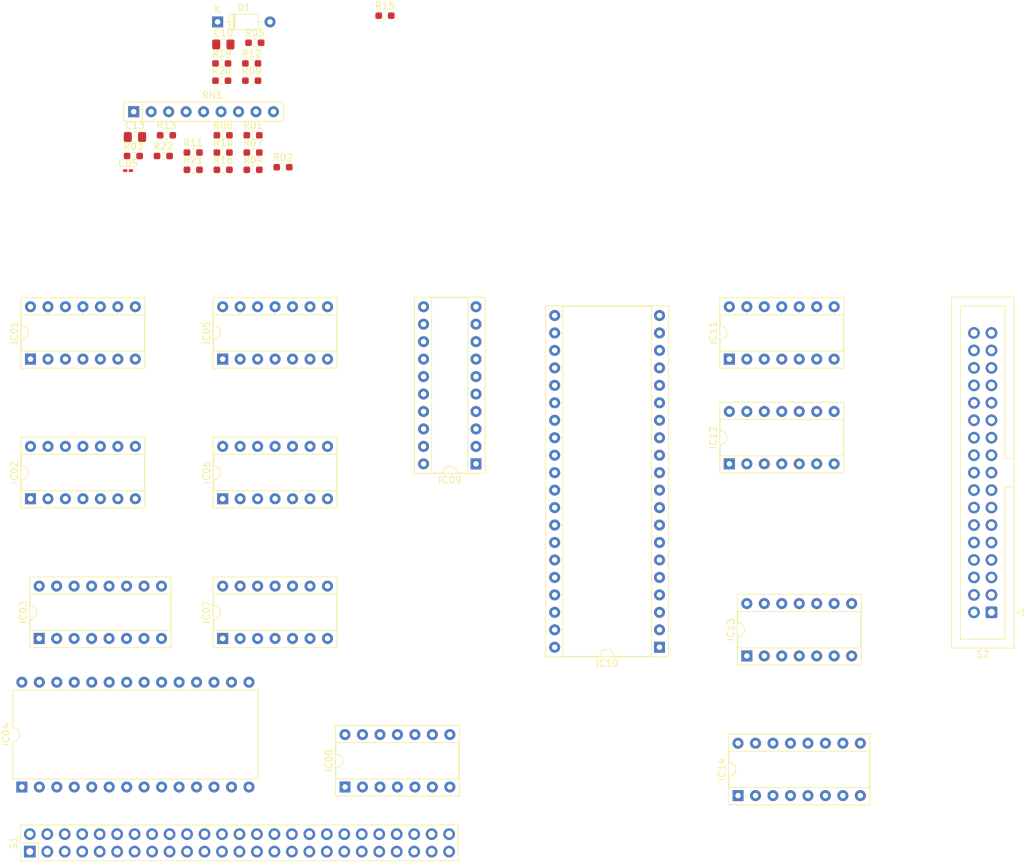
<source format=kicad_pcb>
(kicad_pcb (version 20211014) (generator pcbnew)
  (layers (0 "F.Cu" signal) (31 "B.Cu" signal) (34 "B.Paste" user) (35 "F.Paste" user) (36 "B.SilkS" user "B.Silkscreen") (37 "F.SilkS" user "F.Silkscreen") (38 "B.Mask" user) (39 "F.Mask" user) (44 "Edge.Cuts" user))
  (net 0 "")
  (net 1 "Net-(C05-Pad1)")
  (net 2 "GND")
  (net 3 "Net-(C10-Pad1)")
  (net 4 "Net-(C13-Pad1)")
  (net 5 "ROMDIS")
  (net 6 "Net-(D1-Pad2)")
  (net 7 "+5V")
  (net 8 "Net-(IC01-Pad2)")
  (net 9 "/~{MTRON}")
  (net 10 "Net-(IC01-Pad4)")
  (net 11 "Net-(IC01-Pad5)")
  (net 12 "Net-(IC01-Pad6)")
  (net 13 "/~{STEP}")
  (net 14 "Net-(IC01-Pad9)")
  (net 15 "/~{WGATE}")
  (net 16 "Net-(IC01-Pad12)")
  (net 18 "Net-(IC02-Pad2)")
  (net 19 "Net-(IC02-Pad3)")
  (net 20 "Net-(IC02-Pad10)")
  (net 21 "Net-(IC02-Pad5)")
  (net 24 "Net-(IC02-Pad11)")
  (net 25 "/D0")
  (net 26 "~{RAMRD}")
  (net 27 "/D3")
  (net 28 "Net-(IC03-Pad3)")
  (net 31 "/D2")
  (net 32 "/D1")
  (net 33 "/A12")
  (net 34 "/A7")
  (net 35 "/A6")
  (net 36 "/A5")
  (net 37 "/A4")
  (net 38 "/A3")
  (net 39 "/A2")
  (net 40 "/A1")
  (net 41 "/A0")
  (net 42 "/D4")
  (net 43 "/D5")
  (net 44 "/D6")
  (net 45 "/D7")
  (net 46 "~{ROMEN}")
  (net 47 "/A10")
  (net 48 "~{ROMOE}")
  (net 49 "/A11")
  (net 50 "/A9")
  (net 51 "/A8")
  (net 52 "/A13")
  (net 53 "Net-(IC05-Pad6)")
  (net 54 "READY")
  (net 55 "/~{RDY}")
  (net 56 "/TRK00")
  (net 57 "/~{TRK00}")
  (net 58 "INDEX")
  (net 59 "~{INDEX}")
  (net 60 "/A15")
  (net 61 "Net-(IC06-Pad13)")
  (net 62 "Net-(IC06-Pad6)")
  (net 63 "Net-(IC06-Pad9)")
  (net 64 "Net-(IC06-Pad12)")
  (net 65 "Net-(IC07-Pad13)")
  (net 66 "/~{IORQ}")
  (net 67 "~{RD}")
  (net 68 "Net-(IC08-Pad3)")
  (net 69 "CLK4")
  (net 70 "/~{WR}")
  (net 71 "Net-(IC09-Pad1)")
  (net 72 "Net-(IC09-Pad4)")
  (net 73 "Net-(IC09-Pad5)")
  (net 74 "Net-(IC09-Pad6)")
  (net 75 "Net-(IC09-Pad7)")
  (net 76 "Net-(IC09-Pad8)")
  (net 77 "Net-(IC09-Pad9)")
  (net 78 "Net-(IC09-Pad12)")
  (net 79 "Net-(IC09-Pad13)")
  (net 80 "Net-(IC09-Pad14)")
  (net 82 "Net-(IC09-Pad17)")
  (net 83 "Net-(IC09-Pad18)")
  (net 84 "Net-(IC10-Pad4)")
  (net 86 "Net-(IC10-Pad15)")
  (net 89 "Net-(IC10-Pad27)")
  (net 90 "Net-(IC10-Pad28)")
  (net 91 "Net-(IC10-Pad29)")
  (net 92 "Net-(IC10-Pad34)")
  (net 94 "Net-(IC10-Pad38)")
  (net 95 "~{BRST}")
  (net 96 "Net-(IC11-Pad13)")
  (net 97 "Net-(IC11-Pad3)")
  (net 98 "Net-(IC11-Pad10)")
  (net 99 "/~{DIR}")
  (net 100 "/~{SIDE1}")
  (net 101 "/~{WPT}")
  (net 102 "/~{WDATA}")
  (net 103 "/~{RDATA}")
  (net 104 "Net-(IC13-Pad3)")
  (net 105 "/~{DS0}")
  (net 106 "Net-(IC13-Pad5)")
  (net 107 "/~{DS2}")
  (net 108 "/~{DS3}")
  (net 109 "Net-(IC13-Pad9)")
  (net 110 "/~{DS1}")
  (net 111 "Net-(IC13-Pad11)")
  (net 117 "/Sound")
  (net 118 "/A14")
  (net 119 "/~{MREQ}")
  (net 120 "/~{M1}")
  (net 121 "/~{RFSH}")
  (net 122 "/~{HALT}")
  (net 123 "/~{INT}")
  (net 124 "/~{NMI}")
  (net 125 "/~{BUSRQ}")
  (net 126 "/~{BUSAK}")
  (net 127 "/~{RSET}")
  (net 128 "/RAMDIS")
  (net 129 "/CURSOR")
  (net 130 "/LPEN")
  (net 131 "/~{EXP}")
  (footprint "Package_DIP:DIP-14_W7.62mm_Socket" (layer "F.Cu") (at 58.415 62.22 90)
    (fp_text reference "IC06")
    (fp_text value "74LS08")
  )
  (footprint "Resistor_SMD:R_0603_1608Metric_Pad0.98x0.95mm_HandSolder" (layer "F.Cu") (at 62.83 9.345)
    (fp_text reference "R01")
    (fp_text value "680")
  )
  (footprint "Package_DIP:DIP-16_W7.62mm_Socket" (layer "F.Cu") (at 31.74 82.54 90)
    (fp_text reference "IC03")
    (fp_text value "74LS85")
  )
  (footprint "Package_DIP:DIP-14_W7.62mm_Socket" (layer "F.Cu") (at 132.075 57.14 90)
    (fp_text reference "IC12")
    (fp_text value "74LS38")
  )
  (footprint "Resistor_SMD:R_0603_1608Metric_Pad0.98x0.95mm_HandSolder" (layer "F.Cu") (at 82.01 -8.055)
    (fp_text reference "R15")
    (fp_text value "1k")
  )
  (footprint "Package_DIP:DIP-16_W7.62mm_Socket" (layer "F.Cu") (at 133.34 105.4 90)
    (fp_text reference "IC14")
    (fp_text value "74LS139")
  )
  (footprint "Resistor_SMD:R_0603_1608Metric_Pad0.98x0.95mm_HandSolder" (layer "F.Cu") (at 58.48 11.855)
    (fp_text reference "R10")
    (fp_text value "1k")
  )
  (footprint "Resistor_SMD:R_0603_1608Metric_Pad0.98x0.95mm_HandSolder" (layer "F.Cu") (at 49.78 12.355)
    (fp_text reference "R22")
    (fp_text value "1k")
  )
  (footprint "Connector_IDC:IDC-Header_2x17_P2.54mm_Vertical" (layer "F.Cu") (at 170.18 78.74 180)
    (fp_text reference "S2")
    (fp_text value "FD Bus")
  )
  (footprint "Resistor_SMD:R_0603_1608Metric_Pad0.98x0.95mm_HandSolder" (layer "F.Cu") (at 58.28 -1.105)
    (fp_text reference "R19")
    (fp_text value "680")
  )
  (footprint "Package_DIP:DIP-14_W7.62mm_Socket" (layer "F.Cu") (at 30.475 62.22 90)
    (fp_text reference "IC02")
    (fp_text value "74LS74")
  )
  (footprint "Package_DIP:DIP-28_W15.24mm" (layer "F.Cu") (at 29.22 104.145 90)
    (fp_text reference "IC04")
    (fp_text value "27128")
  )
  (footprint "Resistor_SMD:R_0603_1608Metric_Pad0.98x0.95mm_HandSolder" (layer "F.Cu") (at 62.83 11.855)
    (fp_text reference "R07")
    (fp_text value "1k")
  )
  (footprint "Resistor_SMD:R_0603_1608Metric_Pad0.98x0.95mm_HandSolder" (layer "F.Cu") (at 67.18 13.995)
    (fp_text reference "R02")
    (fp_text value "680")
  )
  (footprint "Resistor_SMD:R_0603_1608Metric_Pad0.98x0.95mm_HandSolder" (layer "F.Cu") (at 63.09 -4.115)
    (fp_text reference "R05")
    (fp_text value "680")
  )
  (footprint "Resistor_SMD:R_0603_1608Metric_Pad0.98x0.95mm_HandSolder" (layer "F.Cu") (at 54.13 11.855)
    (fp_text reference "R11")
    (fp_text value "1k")
  )
  (footprint "Package_DIP:DIP-14_W7.62mm_Socket" (layer "F.Cu") (at 134.615 85.08 90)
    (fp_text reference "IC13")
    (fp_text value "74LS07")
  )
  (footprint "Resistor_THT:R_Array_SIP9" (layer "F.Cu") (at 45.48 5.915)
    (fp_text reference "RN1")
    (fp_text value "10k")
  )
  (footprint "Package_DIP:DIP-14_W7.62mm_Socket" (layer "F.Cu") (at 132.075 41.9 90)
    (fp_text reference "IC11")
    (fp_text value "74LS01")
  )
  (footprint "Resistor_SMD:R_0603_1608Metric_Pad0.98x0.95mm_HandSolder" (layer "F.Cu") (at 58.28 1.405)
    (fp_text reference "R20")
    (fp_text value "680")
  )
  (footprint "Package_DIP:DIP-14_W7.62mm_Socket" (layer "F.Cu") (at 58.415 82.54 90)
    (fp_text reference "IC07")
    (fp_text value "74LS25")
  )
  (footprint "Resistor_SMD:R_0603_1608Metric_Pad0.98x0.95mm_HandSolder" (layer "F.Cu") (at 58.48 9.345)
    (fp_text reference "R06")
    (fp_text value "1k")
  )
  (footprint "Capacitor_SMD:C_0805_2012Metric_Pad1.18x1.45mm_HandSolder" (layer "F.Cu") (at 58.51 -3.865)
    (fp_text reference "C10")
    (fp_text value "47u 16V")
  )
  (footprint "Resistor_SMD:R_0603_1608Metric_Pad0.98x0.95mm_HandSolder" (layer "F.Cu") (at 62.63 -1.105)
    (fp_text reference "R12")
    (fp_text value "680")
  )
  (footprint "Resistor_SMD:R_0603_1608Metric_Pad0.98x0.95mm_HandSolder" (layer "F.Cu") (at 58.48 14.365)
    (fp_text reference "R16")
    (fp_text value "680")
  )
  (footprint "Resistor_SMD:R_0603_1608Metric_Pad0.98x0.95mm_HandSolder" (layer "F.Cu") (at 62.83 14.365)
    (fp_text reference "R04")
    (fp_text value "680")
  )
  (footprint "Resistor_SMD:R_0603_1608Metric_Pad0.98x0.95mm_HandSolder" (layer "F.Cu") (at 62.63 1.405)
    (fp_text reference "R09")
    (fp_text value "680")
  )
  (footprint "Package_DIP:DIP-20_W7.62mm_Socket" (layer "F.Cu") (at 95.24 57.145 180)
    (fp_text reference "IC09")
    (fp_text value "FDC_9229")
  )
  (footprint "Package_DIP:DIP-14_W7.62mm_Socket" (layer "F.Cu") (at 76.2 104.14 90)
    (fp_text reference "IC08")
    (fp_text value "74LS32")
  )
  (footprint "Resistor_SMD:R_0603_1608Metric_Pad0.98x0.95mm_HandSolder" (layer "F.Cu") (at 45.43 12.355)
    (fp_text reference "R03")
    (fp_text value "680")
  )
  (footprint "Package_DIP:DIP-40_W15.24mm_Socket" (layer "F.Cu") (at 121.92 83.82 180)
    (fp_text reference "IC10")
    (fp_text value "uPD765AC")
  )
  (footprint "Resistor_SMD:R_0603_1608Metric_Pad0.98x0.95mm_HandSolder" (layer "F.Cu") (at 50.24 9.345)
    (fp_text reference "R13")
    (fp_text value "680")
  )
  (footprint "Package_DIP:DIP-14_W7.62mm_Socket" (layer "F.Cu") (at 58.415 41.9 90)
    (fp_text reference "IC05")
    (fp_text value "74LS14")
  )
  (footprint "Capacitor_SMD:C_0201_0603Metric_Pad0.64x0.40mm_HandSolder" (layer "F.Cu") (at 44.66 14.485)
    (fp_text reference "C05")
    (fp_text value "47p")
  )
  (footprint "Diode_THT:D_DO-35_SOD27_P7.62mm_Horizontal" (layer "F.Cu") (at 57.68 -7.145)
    (fp_text reference "D1")
    (fp_text value "1N4148")
  )
  (footprint "Connector_PinHeader_2.54mm:PinHeader_2x25_P2.54mm_Vertical" (layer "F.Cu") (at 30.375 113.545 90)
    (fp_text reference "S1")
    (fp_text value "CPC Bus")
  )
  (footprint "Resistor_SMD:R_0603_1608Metric_Pad0.98x0.95mm_HandSolder" (layer "F.Cu") (at 54.13 14.365)
    (fp_text reference "R21")
    (fp_text value "1k")
  )
  (footprint "Package_DIP:DIP-14_W7.62mm_Socket" (layer "F.Cu") (at 30.475 41.9 90)
    (fp_text reference "IC01")
    (fp_text value "74LS136")
  )
  (footprint "Capacitor_SMD:C_0805_2012Metric_Pad1.18x1.45mm_HandSolder" (layer "F.Cu") (at 45.66 9.595)
    (fp_text reference "C13")
    (fp_text value "4.7u 25V")
  )
)
</source>
